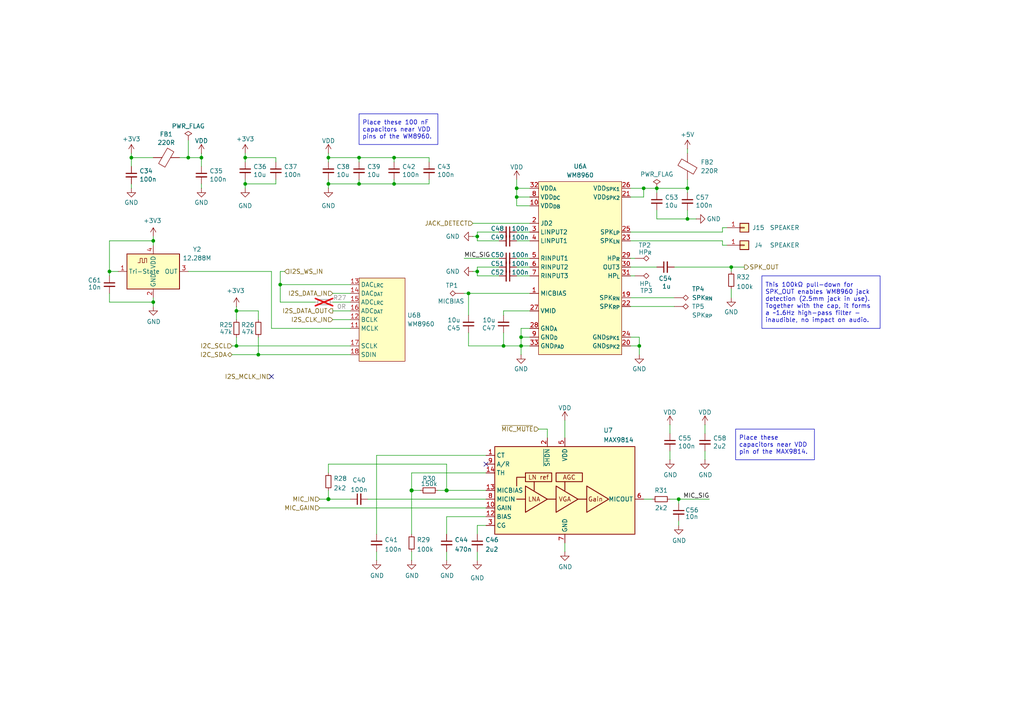
<source format=kicad_sch>
(kicad_sch (version 20250114) (generator "eeschema") (generator_version "9.0")
  (paper "A4")
  (title_block (title "LinHT - Linux-based SDR handheld transceiver") (date "28 July 2025") (rev "A") (company "M17 Foundation") (comment 1 "Author: Wojciech SP5WWP, Andy OE3ANC, Vlastimil OK5VAS"))
  (lib_symbols
    (symbol "Amplifier_Audio:MAX9814"
      (property "Reference" "U" (at -20.32 13.97 0))
      (property "Value" "MAX9814" (at 11.43 13.97 0))
      (symbol "MAX9814_0_0"
        (rectangle (start -11.43 5.08) (end -3.81 2.54) (stroke (width 0.254)))
        (polyline (pts (xy -11.43 3.81) (xy -13.97 3.81) (xy -13.97 1.27)) (stroke (width 0.254)))
        (polyline (pts (xy -11.43 -2.54) (xy -13.97 -2.54)) (stroke (width 0.254)))
        (polyline (pts (xy -8.89 2.54) (xy -8.89 0)) (stroke (width 0.254)))
        (polyline (pts (xy -5.08 -2.54) (xy -11.43 1.27) (xy -11.43 -6.35) (xy -5.08 -2.54)) (stroke (width 0.254)))
        (rectangle (start -2.54 5.08) (end 5.08 2.54) (stroke (width 0.254)))
        (polyline (pts (xy -2.54 -2.54) (xy -5.08 -2.54)) (stroke (width 0.254)))
        (polyline (pts (xy 0 2.54) (xy 0 0)) (stroke (width 0.254)))
        (polyline (pts (xy 3.81 -2.54) (xy 6.35 -2.54)) (stroke (width 0.254)))
        (polyline (pts (xy 3.81 -2.54) (xy -2.54 1.27) (xy -2.54 -6.35) (xy 3.81 -2.54)) (stroke (width 0.254)))
        (polyline (pts (xy 12.7 -2.54) (xy 6.35 1.27) (xy 6.35 -6.35) (xy 12.7 -2.54)) (stroke (width 0.254)))
        (text "LNA" (at -8.89 -2.54 0) (effects (font (size 1.27 1.27))))
        (text "LN ref" (at -7.62 3.81 0) (effects (font (size 1.27 1.27))))
        (text "VGA" (at 0 -2.54 0) (effects (font (size 1.27 1.27))))
        (text "AGC" (at 1.27 3.81 0) (effects (font (size 1.27 1.27))))
        (text "Gain" (at 8.89 -2.54 0) (effects (font (size 1.27 1.27))))
      )
      (symbol "MAX9814_0_1"
        (rectangle (start -20.32 12.7) (end 20.32 -12.7) (stroke (width 0.254)) (fill (type background)))
      )
      (symbol "MAX9814_1_1"
        (pin input line (at -22.86 10.16 0) (length 2.54) (name "CT") (number "1"))
        (pin input line (at -22.86 7.62 0) (length 2.54) (name "A/R") (number "9"))
        (pin input line (at -22.86 5.08 0) (length 2.54) (name "TH") (number "14"))
        (pin output line (at -22.86 0 0) (length 2.54) (name "MICBIAS") (number "13"))
        (pin input line (at -22.86 -2.54 0) (length 2.54) (name "MICIN") (number "8"))
        (pin input line (at -22.86 -5.08 0) (length 2.54) (name "GAIN") (number "10"))
        (pin passive line (at -22.86 -7.62 0) (length 2.54) (name "BIAS") (number "12"))
        (pin passive line (at -22.86 -10.16 0) (length 2.54) (name "CG") (number "3"))
        (pin input line (at -5.08 15.24 270) (length 2.54) (name "~{SHDN}") (number "2"))
        (pin power_in line (at 0 15.24 270) (length 2.54) (name "VDD") (number "5"))
        (pin passive line (at 0 -15.24 90) (length 2.54) (hide yes) (name "GND") (number "11"))
        (pin passive line (at 0 -15.24 90) (length 2.54) (hide yes) (name "GND") (number "15"))
        (pin passive line (at 0 -15.24 90) (length 2.54) (hide yes) (name "GND") (number "4"))
        (pin power_in line (at 0 -15.24 90) (length 2.54) (name "GND") (number "7"))
        (pin output line (at 22.86 -2.54 180) (length 2.54) (name "MICOUT") (number "6"))
      )
    )
    (symbol "Connector:TestPoint_Alt" (pin_numbers (hide yes)) (pin_names (offset 0.762) (hide yes))
      (property "Reference" "TP" (at 0 6.858 0))
      (property "Value" "TestPoint_Alt" (at 0 5.08 0))
      (symbol "TestPoint_Alt_0_1"
        (polyline (pts (xy 0 2.54) (xy -0.762 3.302) (xy 0 4.064) (xy 0.762 3.302) (xy 0 2.54)))
      )
      (symbol "TestPoint_Alt_1_1"
        (pin passive line (at 0 0 90) (length 2.54) (name "1") (number "1"))
      )
    )
    (symbol "Connector_Generic:Conn_01x01" (pin_names (offset 1.016) (hide yes))
      (property "Reference" "J" (at 0 2.54 0))
      (property "Value" "Conn_01x01" (at 0 -2.54 0))
      (symbol "Conn_01x01_1_1"
        (rectangle (start -1.27 1.27) (end 1.27 -1.27) (stroke (width 0.254)) (fill (type background)))
        (rectangle (start -1.27 0.127) (end 0 -0.127) (stroke (width 0.1524)))
        (pin passive line (at -5.08 0 0) (length 3.81) (name "Pin_1") (number "1"))
      )
    )
    (symbol "Device:C_Small" (pin_numbers (hide yes)) (pin_names (offset 0.254) (hide yes))
      (property "Reference" "C" (at 0.254 1.778 0))
      (property "Value" "C_Small" (at 0.254 -2.032 0))
      (symbol "C_Small_0_1"
        (polyline (pts (xy -1.524 0.508) (xy 1.524 0.508)) (stroke (width 0.3048)))
        (polyline (pts (xy -1.524 -0.508) (xy 1.524 -0.508)) (stroke (width 0.3302)))
      )
      (symbol "C_Small_1_1"
        (pin passive line (at 0 2.54 270) (length 2.032) (name "~") (number "1"))
        (pin passive line (at 0 -2.54 90) (length 2.032) (name "~") (number "2"))
      )
    )
    (symbol "Device:FerriteBead" (pin_numbers (hide yes)) (pin_names (offset 0))
      (property "Reference" "FB" (at -3.81 0.635 90))
      (property "Value" "FerriteBead" (at 3.81 0 90))
      (symbol "FerriteBead_0_1"
        (polyline (pts (xy -2.7686 0.4064) (xy -1.7018 2.2606) (xy 2.7686 -0.3048) (xy 1.6764 -2.159) (xy -2.7686 0.4064)))
        (polyline (pts (xy 0 1.27) (xy 0 1.2954)))
        (polyline (pts (xy 0 -1.27) (xy 0 -1.2192)))
      )
      (symbol "FerriteBead_1_1"
        (pin passive line (at 0 3.81 270) (length 2.54) (name "~") (number "1"))
        (pin passive line (at 0 -3.81 90) (length 2.54) (name "~") (number "2"))
      )
    )
    (symbol "Device:R_Small" (pin_numbers (hide yes)) (pin_names (offset 0.254) (hide yes))
      (property "Reference" "R" (at 0 0 90))
      (property "Value" "R_Small" (at 1.778 0 90))
      (symbol "R_Small_0_1"
        (rectangle (start -0.762 1.778) (end 0.762 -1.778) (stroke (width 0.2032)))
      )
      (symbol "R_Small_1_1"
        (pin passive line (at 0 2.54 270) (length 0.762) (name "~") (number "1"))
        (pin passive line (at 0 -2.54 90) (length 0.762) (name "~") (number "2"))
      )
    )
    (symbol "Oscillator:ECS-2520MV-xxx-xx"
      (property "Reference" "Y" (at -5.08 6.35 0))
      (property "Value" "ECS-2520MV-xxx-xx" (at 1.27 -6.35 0))
      (symbol "ECS-2520MV-xxx-xx_0_1"
        (rectangle (start -7.62 5.08) (end 7.62 -5.08) (stroke (width 0.254)) (fill (type background)))
        (polyline (pts (xy -4.445 2.54) (xy -3.81 2.54) (xy -3.81 3.81) (xy -3.175 3.81) (xy -3.175 2.54) (xy -2.54 2.54) (xy -2.54 3.81) (xy -1.905 3.81) (xy -1.905 2.54)))
      )
      (symbol "ECS-2520MV-xxx-xx_1_1"
        (pin input line (at -10.16 0 0) (length 2.54) (name "Tri-State") (number "1"))
        (pin power_in line (at 0 7.62 270) (length 2.54) (name "VDD") (number "4"))
        (pin power_in line (at 0 -7.62 90) (length 2.54) (name "GND") (number "2"))
        (pin output line (at 10.16 0 180) (length 2.54) (name "OUT") (number "3"))
      )
    )
    (symbol "WM8960:WM8960"
      (property "Reference" "U" (at 3.048 3.048 0))
      (property "Value" "WM8960" (at 11.938 3.048 0))
      (symbol "WM8960_1_1"
        (rectangle (start 2.54 1.905) (end 26.67 -48.26) (fill (type background)))
        (pin power_in line (at 0 0 0) (length 2.54) (name "VDD_{A}") (number "32"))
        (pin power_in line (at 0 -2.54 0) (length 2.54) (name "VDD_{DC}") (number "8"))
        (pin power_in line (at 0 -5.08 0) (length 2.54) (name "VDD_{DB}") (number "10"))
        (pin input line (at 0 -10.16 0) (length 2.54) (name "LINPUT3") (number "2") (alternate "JD2" input line))
        (pin input line (at 0 -12.7 0) (length 2.54) (name "LINPUT2") (number "3"))
        (pin input line (at 0 -15.24 0) (length 2.54) (name "LINPUT1") (number "4"))
        (pin input line (at 0 -20.32 0) (length 2.54) (name "RINPUT1") (number "5"))
        (pin input line (at 0 -22.86 0) (length 2.54) (name "RINPUT2") (number "6"))
        (pin input line (at 0 -25.4 0) (length 2.54) (name "RINPUT3") (number "7"))
        (pin output line (at 0 -30.48 0) (length 2.54) (name "MICBIAS") (number "1"))
        (pin output line (at 0 -35.56 0) (length 2.54) (name "VMID") (number "27"))
        (pin power_in line (at 0 -40.64 0) (length 2.54) (name "GND_{A}") (number "28"))
        (pin power_in line (at 0 -43.18 0) (length 2.54) (name "GND_{D}") (number "9"))
        (pin power_in line (at 0 -45.72 0) (length 2.54) (name "GND_{PAD}") (number "33"))
        (pin power_in line (at 29.21 0 180) (length 2.54) (name "VDD_{SPK1}") (number "26"))
        (pin power_in line (at 29.21 -2.54 180) (length 2.54) (name "VDD_{SPK2}") (number "21"))
        (pin output line (at 29.21 -12.7 180) (length 2.54) (name "SPK_{LP}") (number "25"))
        (pin output line (at 29.21 -15.24 180) (length 2.54) (name "SPK_{LN}") (number "23"))
        (pin output line (at 29.21 -20.32 180) (length 2.54) (name "HP_{R}") (number "29"))
        (pin output line (at 29.21 -22.86 180) (length 2.54) (name "OUT3") (number "30"))
        (pin output line (at 29.21 -25.4 180) (length 2.54) (name "HP_{L}") (number "31"))
        (pin output line (at 29.21 -31.75 180) (length 2.54) (name "SPK_{RN}") (number "19"))
        (pin output line (at 29.21 -34.29 180) (length 2.54) (name "SPK_{RP}") (number "22"))
        (pin power_in line (at 29.21 -43.18 180) (length 2.54) (name "GND_{SPK1}") (number "24"))
        (pin power_in line (at 29.21 -45.72 180) (length 2.54) (name "GND_{SPK2}") (number "20"))
      )
      (symbol "WM8960_2_1"
        (rectangle (start 2.54 1.905) (end 15.875 -22.225) (fill (type background)))
        (pin bidirectional line (at 0 0 0) (length 2.54) (name "DAC_{LRC}") (number "13"))
        (pin input line (at 0 -2.54 0) (length 2.54) (name "DAC_{DAT}") (number "14"))
        (pin bidirectional line (at 0 -5.08 0) (length 2.54) (name "ADC_{LRC}") (number "15"))
        (pin output line (at 0 -7.62 0) (length 2.54) (name "ADC_{DAT}") (number "16"))
        (pin bidirectional line (at 0 -10.16 0) (length 2.54) (name "BCLK") (number "12"))
        (pin input line (at 0 -12.7 0) (length 2.54) (name "MCLK") (number "11"))
        (pin input line (at 0 -17.78 0) (length 2.54) (name "SCLK") (number "17"))
        (pin bidirectional line (at 0 -20.32 0) (length 2.54) (name "SDIN") (number "18"))
      )
    )
    (symbol "WM8960_1"
      (property "Reference" "U" (at 3.048 3.048 0))
      (property "Value" "WM8960" (at 11.938 3.048 0))
      (symbol "WM8960_1_1_1"
        (rectangle (start 2.54 1.905) (end 26.67 -48.26) (fill (type background)))
        (pin power_in line (at 0 0 0) (length 2.54) (name "VDD_{A}") (number "32"))
        (pin power_in line (at 0 -2.54 0) (length 2.54) (name "VDD_{DC}") (number "8"))
        (pin power_in line (at 0 -5.08 0) (length 2.54) (name "VDD_{DB}") (number "10"))
        (pin input line (at 0 -10.16 0) (length 2.54) (name "LINPUT3") (number "2") (alternate "JD2" input line))
        (pin input line (at 0 -12.7 0) (length 2.54) (name "LINPUT2") (number "3"))
        (pin input line (at 0 -15.24 0) (length 2.54) (name "LINPUT1") (number "4"))
        (pin input line (at 0 -20.32 0) (length 2.54) (name "RINPUT1") (number "5"))
        (pin input line (at 0 -22.86 0) (length 2.54) (name "RINPUT2") (number "6"))
        (pin input line (at 0 -25.4 0) (length 2.54) (name "RINPUT3") (number "7"))
        (pin output line (at 0 -30.48 0) (length 2.54) (name "MICBIAS") (number "1"))
        (pin output line (at 0 -35.56 0) (length 2.54) (name "VMID") (number "27"))
        (pin power_in line (at 0 -40.64 0) (length 2.54) (name "GND_{A}") (number "28"))
        (pin power_in line (at 0 -43.18 0) (length 2.54) (name "GND_{D}") (number "9"))
        (pin power_in line (at 0 -45.72 0) (length 2.54) (name "GND_{PAD}") (number "33"))
        (pin power_in line (at 29.21 0 180) (length 2.54) (name "VDD_{SPK1}") (number "26"))
        (pin power_in line (at 29.21 -2.54 180) (length 2.54) (name "VDD_{SPK2}") (number "21"))
        (pin output line (at 29.21 -12.7 180) (length 2.54) (name "SPK_{LP}") (number "25"))
        (pin output line (at 29.21 -15.24 180) (length 2.54) (name "SPK_{LN}") (number "23"))
        (pin output line (at 29.21 -20.32 180) (length 2.54) (name "HP_{R}") (number "29"))
        (pin output line (at 29.21 -22.86 180) (length 2.54) (name "OUT3") (number "30"))
        (pin output line (at 29.21 -25.4 180) (length 2.54) (name "HP_{L}") (number "31"))
        (pin output line (at 29.21 -31.75 180) (length 2.54) (name "SPK_{RN}") (number "19"))
        (pin output line (at 29.21 -34.29 180) (length 2.54) (name "SPK_{RP}") (number "22"))
        (pin power_in line (at 29.21 -43.18 180) (length 2.54) (name "GND_{SPK1}") (number "24"))
        (pin power_in line (at 29.21 -45.72 180) (length 2.54) (name "GND_{SPK2}") (number "20"))
      )
      (symbol "WM8960_1_2_1"
        (rectangle (start 2.54 1.905) (end 15.875 -22.225) (fill (type background)))
        (pin bidirectional line (at 0 0 0) (length 2.54) (name "DAC_{LRC}") (number "13"))
        (pin input line (at 0 -2.54 0) (length 2.54) (name "DAC_{DAT}") (number "14"))
        (pin bidirectional line (at 0 -5.08 0) (length 2.54) (name "ADC_{LRC}") (number "15"))
        (pin output line (at 0 -7.62 0) (length 2.54) (name "ADC_{DAT}") (number "16"))
        (pin bidirectional line (at 0 -10.16 0) (length 2.54) (name "BCLK") (number "12"))
        (pin input line (at 0 -12.7 0) (length 2.54) (name "MCLK") (number "11"))
        (pin input line (at 0 -17.78 0) (length 2.54) (name "SCLK") (number "17"))
        (pin bidirectional line (at 0 -20.32 0) (length 2.54) (name "SDIN") (number "18"))
      )
    )
    (symbol "power:+3V3" (power) (pin_numbers (hide yes)) (pin_names (offset 0) (hide yes))
      (property "Value" "+3V3" (at 0 3.556 0))
      (symbol "+3V3_0_1"
        (polyline (pts (xy -0.762 1.27) (xy 0 2.54)))
        (polyline (pts (xy 0 2.54) (xy 0.762 1.27)))
        (polyline (pts (xy 0 0) (xy 0 2.54)))
      )
      (symbol "+3V3_1_1"
        (pin power_in line (at 0 0 90) (length 0) (name "~") (number "1"))
      )
    )
    (symbol "power:+5V" (power) (pin_numbers (hide yes)) (pin_names (offset 0) (hide yes))
      (property "Value" "+5V" (at 0 3.556 0))
      (symbol "+5V_0_1"
        (polyline (pts (xy -0.762 1.27) (xy 0 2.54)))
        (polyline (pts (xy 0 2.54) (xy 0.762 1.27)))
        (polyline (pts (xy 0 0) (xy 0 2.54)))
      )
      (symbol "+5V_1_1"
        (pin power_in line (at 0 0 90) (length 0) (name "~") (number "1"))
      )
    )
    (symbol "power:GND" (power) (pin_numbers (hide yes)) (pin_names (offset 0) (hide yes))
      (property "Value" "GND" (at 0 -3.81 0))
      (symbol "GND_0_1"
        (polyline (pts (xy 0 0) (xy 0 -1.27) (xy 1.27 -1.27) (xy 0 -2.54) (xy -1.27 -1.27) (xy 0 -1.27)))
      )
      (symbol "GND_1_1"
        (pin power_in line (at 0 0 270) (length 0) (name "~") (number "1"))
      )
    )
    (symbol "power:PWR_FLAG" (power) (pin_numbers (hide yes)) (pin_names (offset 0) (hide yes))
      (property "Value" "PWR_FLAG" (at 0 3.81 0))
      (symbol "PWR_FLAG_0_0"
        (pin power_out line (at 0 0 90) (length 0) (name "~") (number "1"))
      )
      (symbol "PWR_FLAG_0_1"
        (polyline (pts (xy 0 0) (xy 0 1.27) (xy -1.016 1.905) (xy 0 2.54) (xy 1.016 1.905) (xy 0 1.27)))
      )
    )
    (symbol "power:VDD" (power) (pin_numbers (hide yes)) (pin_names (offset 0) (hide yes))
      (property "Value" "VDD" (at 0 3.556 0))
      (symbol "VDD_0_1"
        (polyline (pts (xy -0.762 1.27) (xy 0 2.54)))
        (polyline (pts (xy 0 2.54) (xy 0.762 1.27)))
        (polyline (pts (xy 0 0) (xy 0 2.54)))
      )
      (symbol "VDD_1_1"
        (pin power_in line (at 0 0 90) (length 0) (name "~") (number "1"))
      )
    )
  )
  (text_box "Place these capacitors near VDD pin of the MAX9814." (at 213.36 124.46 0) (size 22.86 8.89) (margins 0.9525 0.9525 0.9525 0.9525) (effects (font (size 1.27 1.27)) (justify left)))
  (text_box "Place these 100 nF capacitors near VDD pins of the WM8960." (at 104.14 33.02 0) (size 22.86 8.89) (margins 0.9525 0.9525 0.9525 0.9525) (effects (font (size 1.27 1.27)) (justify left)))
  (text_box "This 100 kΩ pull-down for SPK_OUT enables WM8960 jack detection (2.5 mm jack in use). Together with the cap, it forms a ~1.6 Hz high-pass filter - inaudible, no impact on audio." (at 220.98 80.01 0) (size 34.29 15.24) (margins 0.9525 0.9525 0.9525 0.9525) (effects (font (size 1.27 1.27)) (justify left)))
  (junction (at 149.86 54.61))
  (junction (at 31.75 78.74))
  (junction (at 114.3 45.72))
  (junction (at 151.13 97.79))
  (junction (at 44.45 87.63))
  (junction (at 95.25 53.34))
  (junction (at 74.93 102.87))
  (junction (at 119.38 142.24) (diameter 1.016))
  (junction (at 129.54 142.24) (diameter 1.016))
  (junction (at 135.89 85.09))
  (junction (at 138.43 78.74))
  (junction (at 186.69 54.61))
  (junction (at 95.25 45.72))
  (junction (at 185.42 100.33))
  (junction (at 95.25 144.78) (diameter 1.016))
  (junction (at 114.3 53.34))
  (junction (at 199.39 54.61))
  (junction (at 151.13 100.33))
  (junction (at 38.1 45.72))
  (junction (at 146.05 100.33))
  (junction (at 199.39 63.5))
  (junction (at 68.58 100.33))
  (junction (at 104.14 45.72))
  (junction (at 190.5 54.61))
  (junction (at 44.45 69.85))
  (junction (at 104.14 53.34))
  (junction (at 138.43 68.58))
  (junction (at 196.85 144.78))
  (junction (at 81.28 82.55))
  (junction (at 212.09 77.47))
  (junction (at 71.12 53.34))
  (junction (at 58.42 45.72))
  (junction (at 54.61 45.72))
  (junction (at 149.86 57.15))
  (junction (at 71.12 45.72))
  (junction (at 68.58 90.17))
  (no_connect (at 140.97 134.62))
  (no_connect (at 78.74 109.22))
  (wire (pts (xy 186.69 144.78) (xy 189.23 144.78)))
  (wire (pts (xy 201.93 63.5) (xy 199.39 63.5)))
  (wire (pts (xy 95.25 53.34) (xy 104.14 53.34)))
  (wire (pts (xy 190.5 54.61) (xy 199.39 54.61)))
  (wire (pts (xy 92.71 147.32) (xy 140.97 147.32)))
  (wire (pts (xy 104.14 52.07) (xy 104.14 53.34)))
  (wire (pts (xy 149.86 54.61) (xy 153.67 54.61)))
  (wire (pts (xy 209.55 66.04) (xy 210.82 66.04)))
  (wire (pts (xy 71.12 53.34) (xy 71.12 54.61)))
  (wire (pts (xy 138.43 69.85) (xy 138.43 68.58)))
  (wire (pts (xy 138.43 77.47) (xy 144.78 77.47)))
  (wire (pts (xy 38.1 45.72) (xy 38.1 48.26)))
  (wire (pts (xy 114.3 52.07) (xy 114.3 53.34)))
  (wire (pts (xy 182.88 97.79) (xy 185.42 97.79)))
  (wire (pts (xy 44.45 68.58) (xy 44.45 69.85)))
  (wire (pts (xy 199.39 52.07) (xy 199.39 54.61)))
  (wire (pts (xy 149.86 54.61) (xy 149.86 52.07)))
  (wire (pts (xy 129.54 142.24) (xy 140.97 142.24)))
  (wire (pts (xy 204.47 130.81) (xy 204.47 133.35)))
  (wire (pts (xy 151.13 100.33) (xy 151.13 102.87)))
  (wire (pts (xy 74.93 92.71) (xy 74.93 90.17)))
  (wire (pts (xy 106.68 144.78) (xy 140.97 144.78)))
  (wire (pts (xy 58.42 48.26) (xy 58.42 45.72)))
  (wire (pts (xy 127 142.24) (xy 129.54 142.24)))
  (wire (pts (xy 67.31 102.87) (xy 74.93 102.87)))
  (wire (pts (xy 149.86 67.31) (xy 153.67 67.31)))
  (wire (pts (xy 54.61 40.64) (xy 54.61 45.72)))
  (wire (pts (xy 194.31 130.81) (xy 194.31 133.35)))
  (wire (pts (xy 199.39 63.5) (xy 190.5 63.5)))
  (wire (pts (xy 149.86 57.15) (xy 149.86 54.61)))
  (wire (pts (xy 109.22 132.08) (xy 109.22 154.94)))
  (wire (pts (xy 114.3 45.72) (xy 114.3 46.99)))
  (wire (pts (xy 209.55 71.12) (xy 209.55 69.85)))
  (wire (pts (xy 158.75 127) (xy 158.75 124.46)))
  (wire (pts (xy 135.89 96.52) (xy 135.89 100.33)))
  (wire (pts (xy 182.88 80.01) (xy 184.15 80.01)))
  (wire (pts (xy 149.86 74.93) (xy 153.67 74.93)))
  (wire (pts (xy 209.55 66.04) (xy 209.55 67.31)))
  (wire (pts (xy 38.1 45.72) (xy 44.45 45.72)))
  (wire (pts (xy 138.43 160.02) (xy 138.43 162.56)))
  (wire (pts (xy 80.01 46.99) (xy 80.01 45.72)))
  (wire (pts (xy 140.97 149.86) (xy 129.54 149.86)))
  (wire (pts (xy 124.46 53.34) (xy 114.3 53.34)))
  (wire (pts (xy 190.5 54.61) (xy 190.5 55.88)))
  (wire (pts (xy 199.39 43.18) (xy 199.39 44.45)))
  (wire (pts (xy 95.25 144.78) (xy 101.6 144.78)))
  (wire (pts (xy 44.45 69.85) (xy 44.45 71.12)))
  (wire (pts (xy 195.58 77.47) (xy 212.09 77.47)))
  (wire (pts (xy 81.28 82.55) (xy 101.6 82.55)))
  (wire (pts (xy 194.31 144.78) (xy 196.85 144.78)))
  (wire (pts (xy 138.43 152.4) (xy 138.43 154.94)))
  (wire (pts (xy 137.16 64.77) (xy 153.67 64.77)))
  (wire (pts (xy 138.43 69.85) (xy 144.78 69.85)))
  (wire (pts (xy 138.43 77.47) (xy 138.43 78.74)))
  (wire (pts (xy 149.86 57.15) (xy 153.67 57.15)))
  (wire (pts (xy 38.1 53.34) (xy 38.1 54.61)))
  (wire (pts (xy 95.25 53.34) (xy 95.25 54.61)))
  (wire (pts (xy 186.69 54.61) (xy 190.5 54.61)))
  (wire (pts (xy 163.83 121.92) (xy 163.83 127)))
  (wire (pts (xy 91.44 87.63) (xy 81.28 87.63)))
  (wire (pts (xy 182.88 54.61) (xy 186.69 54.61)))
  (wire (pts (xy 138.43 80.01) (xy 144.78 80.01)))
  (wire (pts (xy 153.67 95.25) (xy 151.13 95.25)))
  (wire (pts (xy 151.13 95.25) (xy 151.13 97.79)))
  (wire (pts (xy 138.43 67.31) (xy 138.43 68.58)))
  (wire (pts (xy 78.74 95.25) (xy 101.6 95.25)))
  (wire (pts (xy 185.42 97.79) (xy 185.42 100.33)))
  (wire (pts (xy 129.54 149.86) (xy 129.54 154.94)))
  (wire (pts (xy 95.25 134.62) (xy 129.54 134.62)))
  (wire (pts (xy 138.43 68.58) (xy 137.16 68.58)))
  (wire (pts (xy 129.54 160.02) (xy 129.54 162.56)))
  (wire (pts (xy 34.29 78.74) (xy 31.75 78.74)))
  (wire (pts (xy 140.97 132.08) (xy 109.22 132.08)))
  (wire (pts (xy 114.3 53.34) (xy 104.14 53.34)))
  (wire (pts (xy 31.75 78.74) (xy 31.75 80.01)))
  (wire (pts (xy 44.45 86.36) (xy 44.45 87.63)))
  (wire (pts (xy 196.85 144.78) (xy 196.85 146.05)))
  (wire (pts (xy 124.46 52.07) (xy 124.46 53.34)))
  (wire (pts (xy 68.58 90.17) (xy 74.93 90.17)))
  (wire (pts (xy 134.62 74.93) (xy 144.78 74.93)))
  (wire (pts (xy 54.61 78.74) (xy 78.74 78.74)))
  (wire (pts (xy 209.55 67.31) (xy 182.88 67.31)))
  (wire (pts (xy 138.43 78.74) (xy 137.16 78.74)))
  (wire (pts (xy 119.38 160.02) (xy 119.38 162.56)))
  (wire (pts (xy 140.97 152.4) (xy 138.43 152.4)))
  (wire (pts (xy 149.86 59.69) (xy 149.86 57.15)))
  (wire (pts (xy 153.67 90.17) (xy 146.05 90.17)))
  (wire (pts (xy 196.85 151.13) (xy 196.85 152.4)))
  (wire (pts (xy 31.75 69.85) (xy 44.45 69.85)))
  (wire (pts (xy 209.55 71.12) (xy 210.82 71.12)))
  (wire (pts (xy 186.69 57.15) (xy 186.69 54.61)))
  (wire (pts (xy 67.31 100.33) (xy 68.58 100.33)))
  (wire (pts (xy 194.31 123.19) (xy 194.31 125.73)))
  (wire (pts (xy 95.25 134.62) (xy 95.25 137.16)))
  (wire (pts (xy 58.42 45.72) (xy 58.42 44.45)))
  (wire (pts (xy 54.61 45.72) (xy 58.42 45.72)))
  (wire (pts (xy 119.38 142.24) (xy 121.92 142.24)))
  (wire (pts (xy 149.86 77.47) (xy 153.67 77.47)))
  (wire (pts (xy 119.38 142.24) (xy 119.38 154.94)))
  (wire (pts (xy 80.01 52.07) (xy 80.01 53.34)))
  (wire (pts (xy 95.25 52.07) (xy 95.25 53.34)))
  (wire (pts (xy 38.1 44.45) (xy 38.1 45.72)))
  (wire (pts (xy 71.12 44.45) (xy 71.12 45.72)))
  (wire (pts (xy 182.88 88.9) (xy 195.58 88.9)))
  (wire (pts (xy 149.86 80.01) (xy 153.67 80.01)))
  (wire (pts (xy 199.39 60.96) (xy 199.39 63.5)))
  (wire (pts (xy 71.12 52.07) (xy 71.12 53.34)))
  (wire (pts (xy 44.45 87.63) (xy 44.45 88.9)))
  (wire (pts (xy 163.83 157.48) (xy 163.83 160.02)))
  (wire (pts (xy 182.88 74.93) (xy 184.15 74.93)))
  (wire (pts (xy 196.85 144.78) (xy 205.74 144.78)))
  (wire (pts (xy 81.28 78.74) (xy 81.28 82.55)))
  (wire (pts (xy 68.58 92.71) (xy 68.58 90.17)))
  (wire (pts (xy 31.75 78.74) (xy 31.75 69.85)))
  (wire (pts (xy 96.52 85.09) (xy 101.6 85.09)))
  (wire (pts (xy 212.09 83.82) (xy 212.09 86.36)))
  (wire (pts (xy 153.67 85.09) (xy 135.89 85.09)))
  (wire (pts (xy 182.88 57.15) (xy 186.69 57.15)))
  (wire (pts (xy 96.52 90.17) (xy 101.6 90.17)))
  (wire (pts (xy 74.93 102.87) (xy 101.6 102.87)))
  (wire (pts (xy 153.67 59.69) (xy 149.86 59.69)))
  (wire (pts (xy 68.58 100.33) (xy 68.58 97.79)))
  (wire (pts (xy 124.46 45.72) (xy 114.3 45.72)))
  (wire (pts (xy 151.13 100.33) (xy 153.67 100.33)))
  (wire (pts (xy 92.71 144.78) (xy 95.25 144.78)))
  (wire (pts (xy 104.14 46.99) (xy 104.14 45.72)))
  (wire (pts (xy 95.25 46.99) (xy 95.25 45.72)))
  (wire (pts (xy 44.45 87.63) (xy 31.75 87.63)))
  (wire (pts (xy 74.93 102.87) (xy 74.93 97.79)))
  (wire (pts (xy 78.74 95.25) (xy 78.74 78.74)))
  (wire (pts (xy 58.42 53.34) (xy 58.42 54.61)))
  (wire (pts (xy 95.25 45.72) (xy 104.14 45.72)))
  (wire (pts (xy 68.58 90.17) (xy 68.58 88.9)))
  (wire (pts (xy 95.25 44.45) (xy 95.25 45.72)))
  (wire (pts (xy 129.54 142.24) (xy 129.54 134.62)))
  (wire (pts (xy 182.88 77.47) (xy 190.5 77.47)))
  (wire (pts (xy 134.62 85.09) (xy 135.89 85.09)))
  (wire (pts (xy 109.22 160.02) (xy 109.22 162.56)))
  (wire (pts (xy 96.52 92.71) (xy 101.6 92.71)))
  (wire (pts (xy 156.21 124.46) (xy 158.75 124.46)))
  (wire (pts (xy 204.47 123.19) (xy 204.47 125.73)))
  (wire (pts (xy 151.13 97.79) (xy 153.67 97.79)))
  (wire (pts (xy 151.13 97.79) (xy 151.13 100.33)))
  (wire (pts (xy 135.89 85.09) (xy 135.89 91.44)))
  (wire (pts (xy 114.3 45.72) (xy 104.14 45.72)))
  (wire (pts (xy 68.58 100.33) (xy 101.6 100.33)))
  (wire (pts (xy 31.75 87.63) (xy 31.75 85.09)))
  (wire (pts (xy 185.42 100.33) (xy 185.42 102.87)))
  (wire (pts (xy 209.55 69.85) (xy 182.88 69.85)))
  (wire (pts (xy 212.09 77.47) (xy 212.09 78.74)))
  (wire (pts (xy 212.09 77.47) (xy 215.9 77.47)))
  (wire (pts (xy 52.07 45.72) (xy 54.61 45.72)))
  (wire (pts (xy 138.43 67.31) (xy 144.78 67.31)))
  (wire (pts (xy 71.12 45.72) (xy 71.12 46.99)))
  (wire (pts (xy 71.12 53.34) (xy 80.01 53.34)))
  (wire (pts (xy 81.28 78.74) (xy 82.55 78.74)))
  (wire (pts (xy 199.39 54.61) (xy 199.39 55.88)))
  (wire (pts (xy 95.25 142.24) (xy 95.25 144.78)))
  (wire (pts (xy 81.28 87.63) (xy 81.28 82.55)))
  (wire (pts (xy 124.46 46.99) (xy 124.46 45.72)))
  (wire (pts (xy 182.88 86.36) (xy 195.58 86.36)))
  (wire (pts (xy 146.05 90.17) (xy 146.05 91.44)))
  (wire (pts (xy 146.05 96.52) (xy 146.05 100.33)))
  (wire (pts (xy 182.88 100.33) (xy 185.42 100.33)))
  (wire (pts (xy 96.52 87.63) (xy 101.6 87.63)))
  (wire (pts (xy 149.86 69.85) (xy 153.67 69.85)))
  (wire (pts (xy 119.38 137.16) (xy 119.38 142.24)))
  (wire (pts (xy 138.43 80.01) (xy 138.43 78.74)))
  (wire (pts (xy 146.05 100.33) (xy 151.13 100.33)))
  (wire (pts (xy 80.01 45.72) (xy 71.12 45.72)))
  (wire (pts (xy 190.5 63.5) (xy 190.5 60.96)))
  (wire (pts (xy 140.97 137.16) (xy 119.38 137.16)))
  (wire (pts (xy 135.89 100.33) (xy 146.05 100.33)))
  (label "MIC_SIG" (at 134.62 74.93 0))
  (label "MIC_SIG" (at 205.74 144.78 180))
  (hierarchical_label "I2C_SDA" (shape bidirectional) (at 67.31 102.87 180))
  (hierarchical_label "~{MIC_MUTE}" (shape input) (at 156.21 124.46 180))
  (hierarchical_label "JACK_DETECT" (shape input) (at 137.16 64.77 180))
  (hierarchical_label "MIC_IN" (shape input) (at 92.71 144.78 180))
  (hierarchical_label "I2S_DATA_IN" (shape input) (at 96.52 85.09 180))
  (hierarchical_label "I2S_CLK_IN" (shape input) (at 96.52 92.71 180))
  (hierarchical_label "I2S_MCLK_IN" (shape input) (at 78.74 109.22 180))
  (hierarchical_label "I2S_DATA_OUT" (shape output) (at 96.52 90.17 180))
  (hierarchical_label "MIC_GAIN" (shape input) (at 92.71 147.32 180))
  (hierarchical_label "I2C_SCL" (shape input) (at 67.31 100.33 180))
  (hierarchical_label "I2S_WS_IN" (shape input) (at 82.55 78.74 0))
  (hierarchical_label "SPK_OUT" (shape output) (at 215.9 77.47 0))
  (symbol (lib_id "Device:C_Small") (at 194.31 128.27 0) (unit 1)
    (property "Reference" "C55" (at 196.6468 127.1016 0) (effects (justify left)))
    (property "Value" "100n" (at 196.6468 129.413 0) (effects (justify left)))
    (property "Footprint" "Capacitor_SMD:C_0402_1005Metric" (effects (hide yes)))
  )
  (symbol (lib_id "Device:C_Small") (at 204.47 128.27 0) (unit 1)
    (property "Reference" "C58" (at 206.8068 127.1016 0) (effects (justify left)))
    (property "Value" "2u2" (at 206.8068 129.413 0) (effects (justify left)))
    (property "Footprint" "Capacitor_SMD:C_0402_1005Metric" (effects (hide yes)))
  )
  (symbol (lib_id "power:GND") (at 194.31 133.35 0) (unit 1)
    (property "Reference" "#PWR075" (effects (hide yes)))
    (property "Value" "GND" (at 194.437 137.7442 0))
    (property "Description" "Power symbol creates a global label with name \"GND\" , ground" (effects (hide yes)))
  )
  (symbol (lib_id "power:GND") (at 204.47 133.35 0) (unit 1)
    (property "Reference" "#PWR080" (effects (hide yes)))
    (property "Value" "GND" (at 204.597 137.7442 0))
    (property "Description" "Power symbol creates a global label with name \"GND\" , ground" (effects (hide yes)))
  )
  (symbol (lib_id "Device:C_Small") (at 114.3 49.53 0) (unit 1)
    (property "Reference" "C42" (at 116.6368 48.3616 0) (effects (justify left)))
    (property "Value" "100n" (at 116.6368 50.673 0) (effects (justify left)))
    (property "Footprint" "Capacitor_SMD:C_0402_1005Metric" (effects (hide yes)))
  )
  (symbol (lib_id "Device:C_Small") (at 124.46 49.53 0) (unit 1)
    (property "Reference" "C43" (at 126.7968 48.3616 0) (effects (justify left)))
    (property "Value" "100n" (at 126.7968 50.673 0) (effects (justify left)))
    (property "Footprint" "Capacitor_SMD:C_0402_1005Metric" (effects (hide yes)))
  )
  (symbol (lib_id "Device:C_Small") (at 104.14 144.78 90) (unit 1)
    (property "Reference" "C40" (at 104.14 139.2513 90))
    (property "Value" "100n" (at 104.14 142.0264 90))
    (property "Footprint" "Capacitor_SMD:C_0402_1005Metric" (effects (hide yes)))
  )
  (symbol (lib_id "power:GND") (at 95.25 54.61 0) (unit 1)
    (property "Reference" "#PWR062" (effects (hide yes)))
    (property "Value" "GND" (at 95.25 59.69 0))
    (property "Description" "Power symbol creates a global label with name \"GND\" , ground" (effects (hide yes)))
  )
  (symbol (lib_id "WM8960:WM8960") (at 101.6 82.55 0) (unit 2)
    (property "Reference" "U6" (at 118.11 91.4399 0) (effects (justify left)))
    (property "Value" "WM8960" (at 118.11 93.9799 0) (effects (justify left)))
    (property "Footprint" "Package_DFN_QFN:QFN-32-1EP_5x5mm_P0.5mm_EP3.6x3.6mm_ThermalVias" (effects (hide yes)))
    (property "Description" "Stereo CODEC with 1W Stereo Class D Speaker Drivers and Headphone Drivers. Discontinued in January 2024, not recommended for new designs." (effects (hide yes)))
    (property "LCSC" "C18752" (effects (hide yes)))
    (pin "2" (alternate "JD2"))
  )
  (symbol (lib_id "Device:C_Small") (at 95.25 49.53 0) (unit 1)
    (property "Reference" "C38" (at 97.5868 48.3616 0) (effects (justify left)))
    (property "Value" "10u" (at 97.5868 50.673 0) (effects (justify left)))
    (property "Footprint" "Capacitor_SMD:C_0402_1005Metric" (effects (hide yes)))
    (property "PN" "581-KGM05CR51A106MH" (effects (hide yes)))
    (property "MPN" "KGM05CR51A106MH" (effects (hide yes)))
  )
  (symbol (lib_id "power:GND") (at 58.42 54.61 0) (unit 1)
    (property "Reference" "#PWR057" (effects (hide yes)))
    (property "Value" "GND" (at 58.42 58.7431 0))
    (property "Description" "Power symbol creates a global label with name \"GND\" , ground" (effects (hide yes)))
  )
  (symbol (lib_id "power:GND") (at 38.1 54.61 0) (unit 1)
    (property "Reference" "#PWR054" (effects (hide yes)))
    (property "Value" "GND" (at 38.1 58.7431 0))
    (property "Description" "Power symbol creates a global label with name \"GND\" , ground" (effects (hide yes)))
  )
  (symbol (lib_id "Device:C_Small") (at 146.05 93.98 180) (unit 1)
    (property "Reference" "C47" (at 143.7132 95.1484 0) (effects (justify left)))
    (property "Value" "10u" (at 143.7132 92.837 0) (effects (justify left)))
    (property "Footprint" "Capacitor_SMD:C_0402_1005Metric" (effects (hide yes)))
    (property "PN" "581-KGM05CR51A106MH" (effects (hide yes)))
    (property "MPN" "KGM05CR51A106MH" (effects (hide yes)))
  )
  (symbol (lib_id "power:VDD") (at 149.86 52.07 0) (unit 1)
    (property "Reference" "#PWR069" (effects (hide yes)))
    (property "Value" "VDD" (at 149.86 48.4654 0))
    (property "Description" "Power symbol creates a global label with name \"VDD\"" (effects (hide yes)))
  )
  (symbol (lib_id "power:GND") (at 119.38 162.56 0) (unit 1)
    (property "Reference" "#PWR064" (effects (hide yes)))
    (property "Value" "GND" (at 119.507 166.9542 0))
    (property "Description" "Power symbol creates a global label with name \"GND\" , ground" (effects (hide yes)))
  )
  (symbol (lib_id "power:GND") (at 129.54 162.56 0) (unit 1)
    (property "Reference" "#PWR065" (effects (hide yes)))
    (property "Value" "GND" (at 129.667 166.9542 0))
    (property "Description" "Power symbol creates a global label with name \"GND\" , ground" (effects (hide yes)))
  )
  (symbol (lib_id "power:+5V") (at 199.39 43.18 0) (unit 1)
    (property "Reference" "#PWR077" (effects (hide yes)))
    (property "Value" "+5V" (at 199.39 39.0469 0))
    (property "Description" "Power symbol creates a global label with name \"+5V\"" (effects (hide yes)))
  )
  (symbol (lib_id "power:GND") (at 196.85 152.4 0) (unit 1)
    (property "Reference" "#PWR076" (effects (hide yes)))
    (property "Value" "GND" (at 196.977 156.7942 0))
    (property "Description" "Power symbol creates a global label with name \"GND\" , ground" (effects (hide yes)))
  )
  (symbol (lib_id "Device:R_Small") (at 68.58 95.25 0) (unit 1)
    (property "Reference" "R25" (at 65.532 94.234 0))
    (property "Value" "47k" (at 65.532 96.266 0))
    (property "Footprint" "Resistor_SMD:R_0402_1005Metric" (effects (hide yes)))
    (property "Description" "Resistor, small symbol" (effects (hide yes)))
  )
  (symbol (lib_id "Device:C_Small") (at 193.04 77.47 90) (unit 1)
    (property "Reference" "C54" (at 191.008 80.772 90) (effects (justify right)))
    (property "Value" "1u" (at 192.024 83.058 90) (effects (justify right)))
    (property "Footprint" "Capacitor_SMD:C_0402_1005Metric" (effects (hide yes)))
  )
  (symbol (lib_id "Device:C_Small") (at 147.32 77.47 270) (mirror x) (unit 1)
    (property "Reference" "C51" (at 144.272 76.454 90))
    (property "Value" "100n" (at 150.876 76.454 90))
    (property "Footprint" "Capacitor_SMD:C_0402_1005Metric" (effects (hide yes)))
  )
  (symbol (lib_id "Device:C_Small") (at 147.32 74.93 90) (mirror x) (unit 1)
    (property "Reference" "C50" (at 144.272 73.914 90))
    (property "Value" "100n" (at 150.876 73.914 90))
    (property "Footprint" "Capacitor_SMD:C_0402_1005Metric" (effects (hide yes)))
  )
  (symbol (lib_id "Device:C_Small") (at 80.01 49.53 0) (unit 1)
    (property "Reference" "C37" (at 82.3468 48.3616 0) (effects (justify left)))
    (property "Value" "100n" (at 82.3468 50.673 0) (effects (justify left)))
    (property "Footprint" "Capacitor_SMD:C_0402_1005Metric" (effects (hide yes)))
  )
  (symbol (lib_id "Device:R_Small") (at 212.09 81.28 0) (unit 1)
    (property "Reference" "R32" (at 213.5887 80.3715 0) (effects (justify left)))
    (property "Value" "100k" (at 213.5887 83.1466 0) (effects (justify left)))
    (property "Footprint" "Resistor_SMD:R_0402_1005Metric" (effects (hide yes)))
    (property "Description" "Resistor, small symbol" (effects (hide yes)))
  )
  (symbol (lib_id "power:GND") (at 109.22 162.56 0) (unit 1)
    (property "Reference" "#PWR063" (effects (hide yes)))
    (property "Value" "GND" (at 109.347 166.9542 0))
    (property "Description" "Power symbol creates a global label with name \"GND\" , ground" (effects (hide yes)))
  )
  (symbol (lib_id "power:GND") (at 137.16 68.58 270) (unit 1)
    (property "Reference" "#PWR066" (effects (hide yes)))
    (property "Value" "GND" (at 133.35 68.5799 90) (effects (justify right)))
    (property "Description" "Power symbol creates a global label with name \"GND\" , ground" (effects (hide yes)))
  )
  (symbol (lib_id "power:+3V3") (at 44.45 68.58 0) (unit 1)
    (property "Reference" "#PWR0106" (effects (hide yes)))
    (property "Value" "+3V3" (at 44.196 64.008 0))
    (property "Description" "Power symbol creates a global label with name \"+3V3\"" (effects (hide yes)))
  )
  (symbol (lib_id "Device:C_Small") (at 190.5 58.42 0) (unit 1)
    (property "Reference" "C53" (at 192.8368 57.2516 0) (effects (justify left)))
    (property "Value" "10u" (at 192.8368 59.563 0) (effects (justify left)))
    (property "Footprint" "Capacitor_SMD:C_0402_1005Metric" (effects (hide yes)))
    (property "PN" "581-KGM05CR51A106MH" (effects (hide yes)))
    (property "MPN" "KGM05CR51A106MH" (effects (hide yes)))
  )
  (symbol (lib_id "Device:C_Small") (at 199.39 58.42 0) (unit 1)
    (property "Reference" "C57" (at 201.7268 57.2516 0) (effects (justify left)))
    (property "Value" "100n" (at 201.7268 59.563 0) (effects (justify left)))
    (property "Footprint" "Capacitor_SMD:C_0402_1005Metric" (effects (hide yes)))
  )
  (symbol (lib_id "Device:C_Small") (at 71.12 49.53 0) (unit 1)
    (property "Reference" "C36" (at 73.4568 48.3616 0) (effects (justify left)))
    (property "Value" "10u" (at 73.4568 50.673 0) (effects (justify left)))
    (property "Footprint" "Capacitor_SMD:C_0402_1005Metric" (effects (hide yes)))
    (property "PN" "581-KGM05CR51A106MH" (effects (hide yes)))
    (property "MPN" "KGM05CR51A106MH" (effects (hide yes)))
  )
  (symbol (lib_id "power:GND") (at 201.93 63.5 90) (mirror x) (unit 1)
    (property "Reference" "#PWR078" (effects (hide yes)))
    (property "Value" "GND" (at 207.01 63.5 90))
    (property "Description" "Power symbol creates a global label with name \"GND\" , ground" (effects (hide yes)))
  )
  (symbol (lib_id "Device:C_Small") (at 147.32 69.85 270) (mirror x) (unit 1)
    (property "Reference" "C49" (at 144.272 68.834 90))
    (property "Value" "100n" (at 150.876 68.834 90))
    (property "Footprint" "Capacitor_SMD:C_0402_1005Metric" (effects (hide yes)))
  )
  (symbol (lib_id "Connector:TestPoint_Alt") (at 184.15 80.01 270) (unit 1)
    (property "Reference" "TP3" (at 185.674 84.328 90) (effects (justify left)))
    (property "Value" "HP_{L}" (at 185.42 82.296 90) (effects (justify left)))
    (property "Footprint" "TestPoint:TestPoint_Pad_D1.0mm" (effects (hide yes)))
    (property "Description" "test point (alternative shape)" (effects (hide yes)))
  )
  (symbol (lib_id "power:GND") (at 137.16 78.74 270) (unit 1)
    (property "Reference" "#PWR067" (effects (hide yes)))
    (property "Value" "GND" (at 133.35 78.7399 90) (effects (justify right)))
    (property "Description" "Power symbol creates a global label with name \"GND\" , ground" (effects (hide yes)))
  )
  (symbol (lib_id "Device:FerriteBead") (at 199.39 48.26 180) (unit 1)
    (property "Reference" "FB2" (at 203.2 47.0407 0) (effects (justify right)))
    (property "Value" "220R" (at 203.2 49.5807 0) (effects (justify right)))
    (property "Footprint" "Inductor_SMD:L_0805_2012Metric" (effects (hide yes)))
    (property "Description" "Ferrite bead" (effects (hide yes)))
  )
  (symbol (lib_id "power:PWR_FLAG") (at 190.5 54.61 0) (unit 1)
    (property "Reference" "#FLG05" (effects (hide yes)))
    (property "Value" "PWR_FLAG" (at 190.5 50.546 0))
    (property "Description" "Special symbol for telling ERC where power comes from" (effects (hide yes)))
  )
  (symbol (lib_id "Device:R_Small") (at 74.93 95.25 0) (unit 1)
    (property "Reference" "R26" (at 71.882 94.234 0))
    (property "Value" "47k" (at 71.882 96.266 0))
    (property "Footprint" "Resistor_SMD:R_0402_1005Metric" (effects (hide yes)))
    (property "Description" "Resistor, small symbol" (effects (hide yes)))
  )
  (symbol (lib_id "Connector:TestPoint_Alt") (at 134.62 85.09 90) (unit 1)
    (property "Reference" "TP1" (at 131.064 82.804 90))
    (property "Value" "MICBIAS" (at 130.81 87.376 90))
    (property "Footprint" "TestPoint:TestPoint_Pad_D1.0mm" (effects (hide yes)))
    (property "Description" "test point (alternative shape)" (effects (hide yes)))
  )
  (symbol (lib_id "power:GND") (at 138.43 162.56 0) (unit 1)
    (property "Reference" "#PWR068" (effects (hide yes)))
    (property "Value" "GND" (at 138.43 167.64 0))
    (property "Description" "Power symbol creates a global label with name \"GND\" , ground" (effects (hide yes)))
  )
  (symbol (lib_id "power:GND") (at 44.45 88.9 0) (unit 1)
    (property "Reference" "#PWR0104" (effects (hide yes)))
    (property "Value" "GND" (at 44.577 93.2942 0))
    (property "Description" "Power symbol creates a global label with name \"GND\" , ground" (effects (hide yes)))
  )
  (symbol (lib_id "Device:R_Small") (at 93.98 87.63 270) (unit 1) (in_bom no) (dnp yes)
    (property "Reference" "R27" (at 98.552 86.36 90))
    (property "Value" "0R" (at 99.06 88.9 90))
    (property "Footprint" "Resistor_SMD:R_0402_1005Metric" (effects (hide yes)))
    (property "Datasheet" "~" (at 93.98 87.63 0) (effects (font (size 1.524 1.524))))
    (property "Description" "Resistor, small symbol" (effects (hide yes)))
  )
  (symbol (lib_id "Device:C_Small") (at 129.54 157.48 0) (unit 1)
    (property "Reference" "C44" (at 131.8642 156.5715 0) (effects (justify left)))
    (property "Value" "470n" (at 131.8642 159.3466 0) (effects (justify left)))
    (property "Footprint" "Capacitor_SMD:C_0402_1005Metric" (effects (hide yes)))
  )
  (symbol (lib_id "Device:C_Small") (at 109.22 157.48 0) (unit 1)
    (property "Reference" "C41" (at 111.5442 156.5715 0) (effects (justify left)))
    (property "Value" "100n" (at 111.5442 159.3466 0) (effects (justify left)))
    (property "Footprint" "Capacitor_SMD:C_0402_1005Metric" (effects (hide yes)))
  )
  (symbol (lib_id "power:GND") (at 151.13 102.87 0) (unit 1)
    (property "Reference" "#PWR070" (effects (hide yes)))
    (property "Value" "GND" (at 151.13 107.0031 0))
    (property "Description" "Power symbol creates a global label with name \"GND\" , ground" (effects (hide yes)))
  )
  (symbol (lib_id "Connector:TestPoint_Alt") (at 195.58 88.9 270) (unit 1)
    (property "Reference" "TP5" (at 200.66 88.9 90) (effects (justify left)))
    (property "Value" "SPK_{RP}" (at 200.66 91.44 90) (effects (justify left)))
    (property "Footprint" "TestPoint:TestPoint_Pad_D1.0mm" (effects (hide yes)))
    (property "Description" "test point (alternative shape)" (effects (hide yes)))
  )
  (symbol (lib_id "Device:C_Small") (at 31.75 82.55 0) (mirror y) (unit 1)
    (property "Reference" "C61" (at 27.432 81.28 0))
    (property "Value" "10n" (at 27.432 83.312 0))
    (property "Footprint" "Capacitor_SMD:C_0402_1005Metric" (effects (hide yes)))
  )
  (symbol (lib_id "power:PWR_FLAG") (at 54.61 40.64 0) (unit 1)
    (property "Reference" "#FLG07" (effects (hide yes)))
    (property "Value" "PWR_FLAG" (at 54.61 36.576 0))
    (property "Description" "Special symbol for telling ERC where power comes from" (effects (hide yes)))
  )
  (symbol (lib_id "power:+3V3") (at 71.12 44.45 0) (unit 1)
    (property "Reference" "#PWR058" (effects (hide yes)))
    (property "Value" "+3V3" (at 71.12 40.3169 0))
    (property "Description" "Power symbol creates a global label with name \"+3V3\"" (effects (hide yes)))
  )
  (symbol (lib_id "power:VDD") (at 95.25 44.45 0) (unit 1)
    (property "Reference" "#PWR061" (effects (hide yes)))
    (property "Value" "VDD" (at 95.25 40.8454 0))
    (property "Description" "Power symbol creates a global label with name \"VDD\"" (effects (hide yes)))
  )
  (symbol (lib_id "power:VDD") (at 58.42 44.45 0) (unit 1)
    (property "Reference" "#PWR056" (effects (hide yes)))
    (property "Value" "VDD" (at 58.42 40.8454 0))
    (property "Description" "Power symbol creates a global label with name \"VDD\"" (effects (hide yes)))
  )
  (symbol (lib_id "power:GND") (at 185.42 102.87 0) (unit 1)
    (property "Reference" "#PWR073" (effects (hide yes)))
    (property "Value" "GND" (at 185.42 107.0031 0))
    (property "Description" "Power symbol creates a global label with name \"GND\" , ground" (effects (hide yes)))
  )
  (symbol (lib_id "power:VDD") (at 163.83 121.92 0) (unit 1)
    (property "Reference" "#PWR071" (effects (hide yes)))
    (property "Value" "VDD" (at 163.83 118.3154 0))
    (property "Description" "Power symbol creates a global label with name \"VDD\"" (effects (hide yes)))
  )
  (symbol (lib_id "power:GND") (at 163.83 160.02 0) (unit 1)
    (property "Reference" "#PWR072" (effects (hide yes)))
    (property "Value" "GND" (at 163.957 164.4142 0))
    (property "Description" "Power symbol creates a global label with name \"GND\" , ground" (effects (hide yes)))
  )
  (symbol (lib_id "power:GND") (at 71.12 54.61 0) (unit 1)
    (property "Reference" "#PWR059" (effects (hide yes)))
    (property "Value" "GND" (at 71.12 59.69 0))
    (property "Description" "Power symbol creates a global label with name \"GND\" , ground" (effects (hide yes)))
  )
  (symbol (lib_id "Device:R_Small") (at 124.46 142.24 90) (unit 1)
    (property "Reference" "R30" (at 124.46 138.8068 90))
    (property "Value" "150k" (at 124.46 140.3119 90))
    (property "Footprint" "Resistor_SMD:R_0402_1005Metric" (effects (hide yes)))
    (property "Description" "Resistor, small symbol" (effects (hide yes)))
  )
  (symbol (lib_id "Device:R_Small") (at 119.38 157.48 0) (unit 1)
    (property "Reference" "R29" (at 120.8787 156.5715 0) (effects (justify left)))
    (property "Value" "100k" (at 120.8787 159.3466 0) (effects (justify left)))
    (property "Footprint" "Resistor_SMD:R_0402_1005Metric" (effects (hide yes)))
    (property "Description" "Resistor, small symbol" (effects (hide yes)))
  )
  (symbol (lib_id "Device:C_Small") (at 147.32 80.01 270) (mirror x) (unit 1)
    (property "Reference" "C52" (at 144.272 78.994 90))
    (property "Value" "100n" (at 150.876 78.994 90))
    (property "Footprint" "Capacitor_SMD:C_0402_1005Metric" (effects (hide yes)))
  )
  (symbol (lib_id "Device:FerriteBead") (at 48.26 45.72 90) (unit 1)
    (property "Reference" "FB1" (at 48.2092 38.9339 90))
    (property "Value" "220R" (at 48.2092 41.3582 90))
    (property "Footprint" "Inductor_SMD:L_0805_2012Metric" (effects (hide yes)))
    (property "Description" "Ferrite bead" (effects (hide yes)))
  )
  (symbol (lib_id "Connector:TestPoint_Alt") (at 184.15 74.93 270) (unit 1)
    (property "Reference" "TP2" (at 185.166 71.12 90) (effects (justify left)))
    (property "Value" "HP_{R}" (at 185.166 73.152 90) (effects (justify left)))
    (property "Footprint" "TestPoint:TestPoint_Pad_D1.0mm" (effects (hide yes)))
    (property "Description" "test point (alternative shape)" (effects (hide yes)))
  )
  (symbol (lib_id "power:VDD") (at 194.31 123.19 0) (unit 1)
    (property "Reference" "#PWR074" (effects (hide yes)))
    (property "Value" "VDD" (at 194.31 119.5854 0))
    (property "Description" "Power symbol creates a global label with name \"VDD\"" (effects (hide yes)))
  )
  (symbol (lib_id "Oscillator:ECS-2520MV-xxx-xx") (at 44.45 78.74 0) (unit 1)
    (property "Reference" "Y2" (at 57.15 72.3198 0))
    (property "Value" "12.288M" (at 57.15 74.8598 0))
    (property "Footprint" "parts:Oscillator_SMD_4Pin_2.0x1.6mm" (effects (hide yes)))
    (property "Description" "OT3EL4C4JI-111OLP-12.288M" (effects (hide yes)))
    (property "LCSC" "C5203555" (effects (hide yes)))
    (property "MPN" "OT3EL4C4JI-111OLP-12.288M" (effects (hide yes)))
  )
  (symbol (lib_id "Device:C_Small") (at 138.43 157.48 0) (unit 1)
    (property "Reference" "C46" (at 140.7542 156.5715 0) (effects (justify left)))
    (property "Value" "2u2" (at 140.7542 159.3466 0) (effects (justify left)))
    (property "Footprint" "Capacitor_SMD:C_0402_1005Metric" (effects (hide yes)))
  )
  (symbol (lib_id "Device:C_Small") (at 196.85 148.59 0) (unit 1)
    (property "Reference" "C56" (at 198.755 147.955 0) (effects (justify left)))
    (property "Value" "10n" (at 198.755 149.86 0) (effects (justify left)))
    (property "Footprint" "Capacitor_SMD:C_0402_1005Metric" (effects (hide yes)))
    (property "Description" "Unpolarized capacitor, small symbol" (effects (hide yes)))
  )
  (symbol (lib_id "Device:C_Small") (at 104.14 49.53 0) (unit 1)
    (property "Reference" "C39" (at 106.4768 48.3616 0) (effects (justify left)))
    (property "Value" "10u" (at 106.4768 50.673 0) (effects (justify left)))
    (property "Footprint" "Capacitor_SMD:C_0402_1005Metric" (effects (hide yes)))
  )
  (symbol (lib_id "Device:R_Small") (at 95.25 139.7 0) (unit 1)
    (property "Reference" "R28" (at 96.7487 138.7915 0) (effects (justify left)))
    (property "Value" "2k2" (at 96.7487 141.5666 0) (effects (justify left)))
    (property "Footprint" "Resistor_SMD:R_0402_1005Metric" (effects (hide yes)))
    (property "Description" "Resistor, small symbol" (effects (hide yes)))
  )
  (symbol (lib_id "Connector_Generic:Conn_01x01") (at 215.9 71.12 0) (mirror x) (unit 1)
    (property "Reference" "J4" (at 219.964 71.12 0))
    (property "Value" "SPEAKER" (at 227.584 71.12 0))
    (property "Footprint" "TestPoint:TestPoint_Pad_D4.0mm" (effects (hide yes)))
    (property "Description" "Generic connector, single row, 01x01, script generated (kicad-library-utils/schlib/autogen/connector/)" (effects (hide yes)))
  )
  (symbol (lib_id "Device:C_Small") (at 58.42 50.8 0) (unit 1)
    (property "Reference" "C35" (at 60.7441 49.5942 0) (effects (justify left)))
    (property "Value" "100n" (at 60.7441 52.0184 0) (effects (justify left)))
    (property "Footprint" "Capacitor_SMD:C_0402_1005Metric" (effects (hide yes)))
  )
  (symbol (lib_id "Device:R_Small") (at 191.77 144.78 90) (mirror x) (unit 1)
    (property "Reference" "R31" (at 191.77 142.24 90))
    (property "Value" "2k2" (at 191.77 147.32 90))
    (property "Footprint" "Resistor_SMD:R_0402_1005Metric" (effects (hide yes)))
    (property "Description" "Resistor, small symbol" (effects (hide yes)))
  )
  (symbol (lib_id "Connector:TestPoint_Alt") (at 195.58 86.36 270) (unit 1)
    (property "Reference" "TP4" (at 200.66 83.82 90) (effects (justify left)))
    (property "Value" "SPK_{RN}" (at 200.66 86.36 90) (effects (justify left)))
    (property "Footprint" "TestPoint:TestPoint_Pad_D1.0mm" (effects (hide yes)))
    (property "Description" "test point (alternative shape)" (effects (hide yes)))
  )
  (symbol (lib_id "Device:C_Small") (at 135.89 93.98 180) (unit 1)
    (property "Reference" "C45" (at 133.5532 95.1484 0) (effects (justify left)))
    (property "Value" "10u" (at 133.5532 92.837 0) (effects (justify left)))
    (property "Footprint" "Capacitor_SMD:C_0402_1005Metric" (effects (hide yes)))
    (property "PN" "581-KGM05CR51A106MH" (effects (hide yes)))
    (property "MPN" "KGM05CR51A106MH" (effects (hide yes)))
  )
  (symbol (lib_id "Device:C_Small") (at 38.1 50.8 0) (unit 1)
    (property "Reference" "C34" (at 40.4241 49.5942 0) (effects (justify left)))
    (property "Value" "100n" (at 40.4241 52.0184 0) (effects (justify left)))
    (property "Footprint" "Capacitor_SMD:C_0402_1005Metric" (effects (hide yes)))
  )
  (symbol (lib_id "Amplifier_Audio:MAX9814") (at 163.83 142.24 0) (unit 1)
    (property "Reference" "U7" (at 175.0061 124.8215 0) (effects (justify left)))
    (property "Value" "MAX9814" (at 175.0061 127.5966 0) (effects (justify left)))
    (property "Footprint" "Package_DFN_QFN:DFN-14-1EP_3x3mm_P0.4mm_EP1.78x2.35mm" (effects (hide yes)))
    (property "Datasheet" "https://datasheets.maximintegrated.com/en/ds/MAX9814.pdf" (effects (hide yes)))
    (property "MPN" "MAX9814ETD+T" (effects (hide yes)))
    (property "PN" "700-MAX9814ETDT" (effects (hide yes)))
  )
  (symbol (lib_name "WM8960_1") (lib_id "WM8960:WM8960") (at 153.67 54.61 0) (unit 1)
    (property "Reference" "U6" (at 168.275 48.26 0))
    (property "Value" "WM8960" (at 168.275 50.8 0))
    (property "Footprint" "Package_DFN_QFN:QFN-32-1EP_5x5mm_P0.5mm_EP3.6x3.6mm_ThermalVias" (effects (hide yes)))
    (property "Description" "Stereo CODEC with 1W Stereo Class D Speaker Drivers and Headphone Drivers. Discontinued in January 2024, not recommended for new designs." (effects (hide yes)))
    (property "LCSC" "C18752" (effects (hide yes)))
    (pin "2" (alternate "JD2"))
  )
  (symbol (lib_id "Connector_Generic:Conn_01x01") (at 215.9 66.04 0) (mirror x) (unit 1)
    (property "Reference" "J15" (at 219.964 66.04 0))
    (property "Value" "SPEAKER" (at 227.584 66.04 0))
    (property "Footprint" "TestPoint:TestPoint_Pad_D4.0mm" (effects (hide yes)))
    (property "Description" "Generic connector, single row, 01x01, script generated (kicad-library-utils/schlib/autogen/connector/)" (effects (hide yes)))
  )
  (symbol (lib_id "power:+3V3") (at 38.1 44.45 0) (unit 1)
    (property "Reference" "#PWR053" (effects (hide yes)))
    (property "Value" "+3V3" (at 38.1 40.3169 0))
    (property "Description" "Power symbol creates a global label with name \"+3V3\"" (effects (hide yes)))
  )
  (symbol (lib_id "Device:C_Small") (at 147.32 67.31 270) (mirror x) (unit 1)
    (property "Reference" "C48" (at 144.272 66.294 90))
    (property "Value" "100n" (at 150.876 66.294 90))
    (property "Footprint" "Capacitor_SMD:C_0402_1005Metric" (effects (hide yes)))
  )
  (symbol (lib_id "power:GND") (at 212.09 86.36 0) (unit 1)
    (property "Reference" "#PWR081" (effects (hide yes)))
    (property "Value" "GND" (at 212.09 90.4931 0))
    (property "Description" "Power symbol creates a global label with name \"GND\" , ground" (effects (hide yes)))
  )
  (symbol (lib_id "power:VDD") (at 204.47 123.19 0) (unit 1)
    (property "Reference" "#PWR079" (effects (hide yes)))
    (property "Value" "VDD" (at 204.47 119.5854 0))
    (property "Description" "Power symbol creates a global label with name \"VDD\"" (effects (hide yes)))
  )
  (symbol (lib_id "power:+3V3") (at 68.58 88.9 0) (unit 1)
    (property "Reference" "#PWR060" (effects (hide yes)))
    (property "Value" "+3V3" (at 68.326 84.328 0))
    (property "Description" "Power symbol creates a global label with name \"+3V3\"" (effects (hide yes)))
  )
)
</source>
